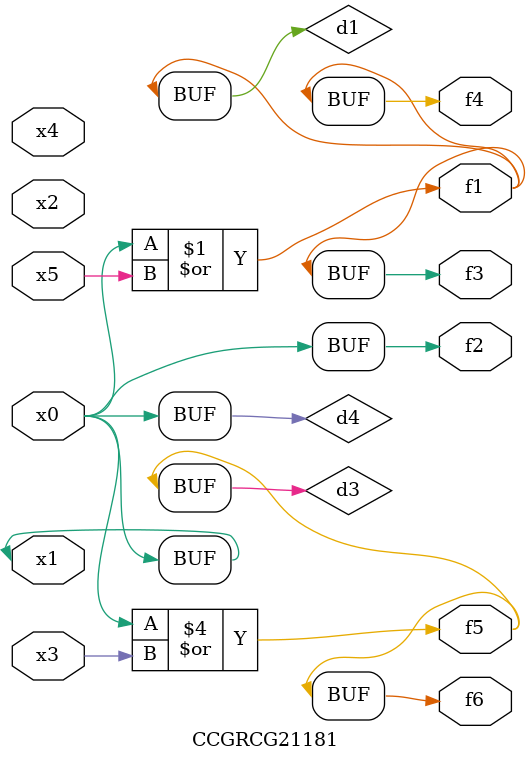
<source format=v>
module CCGRCG21181(
	input x0, x1, x2, x3, x4, x5,
	output f1, f2, f3, f4, f5, f6
);

	wire d1, d2, d3, d4;

	or (d1, x0, x5);
	xnor (d2, x1, x4);
	or (d3, x0, x3);
	buf (d4, x0, x1);
	assign f1 = d1;
	assign f2 = d4;
	assign f3 = d1;
	assign f4 = d1;
	assign f5 = d3;
	assign f6 = d3;
endmodule

</source>
